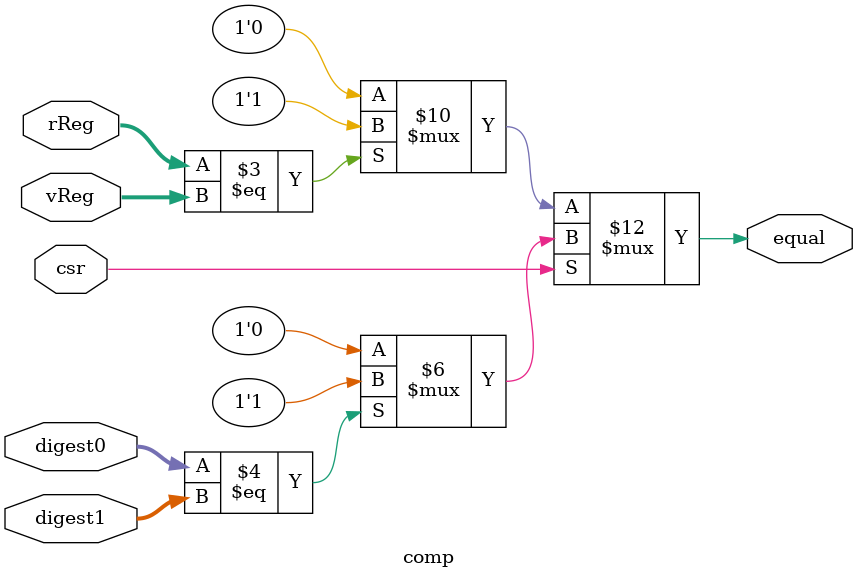
<source format=v>
`timescale 1ns / 1ps


module comp (
	input [255:0] digest0, digest1,
	input [159:0] rReg, vReg,
	input csr,
	output reg equal
);

always @(*) begin
	if (csr == 0) begin
		if (rReg == vReg)
			equal <= 2'b01;
		else
			equal <= 2'b00;
	end
	else
		if (digest0 == digest1)
			equal <= 2'b01;
		else
			equal <= 2'b00;
	end
		
endmodule

</source>
